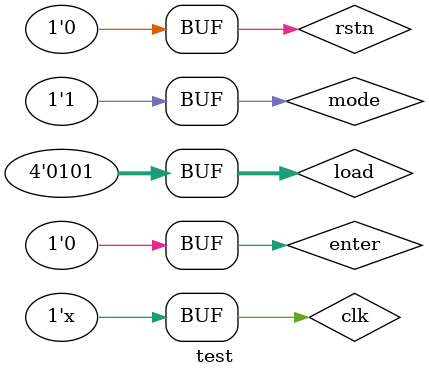
<source format=v>
`timescale 1ns / 1ps


module test;

	// Inputs
	reg clk;
	reg [3:0] load;
	reg rstn;
	reg mode;
	reg enter;

	// Outputs
	wire [3:0] out;

	always #10 clk = ~clk;
	// Instantiate the Unit Under Test (UUT)
	bcd_counter uut (
		.clk(clk), 
		.load(load), 
		.rstn(rstn), 
		.mode(mode), 
		.out(out), 
		.enter(enter)
	);

	initial begin
		// Initialize Inputs
		clk = 0;
		load = 0;
		rstn = 0;
		mode = 0;
		enter = 0;

		// Wait 100 ns for global reset to finish
		#100;
		enter =1;
		#30;
		enter = 0;
      #80;
		mode =1;
		#80;
		load = 4'b0101;
		enter = 1;
		#20;
		enter = 0;
		
		// Add stimulus here

	end
      
endmodule


</source>
